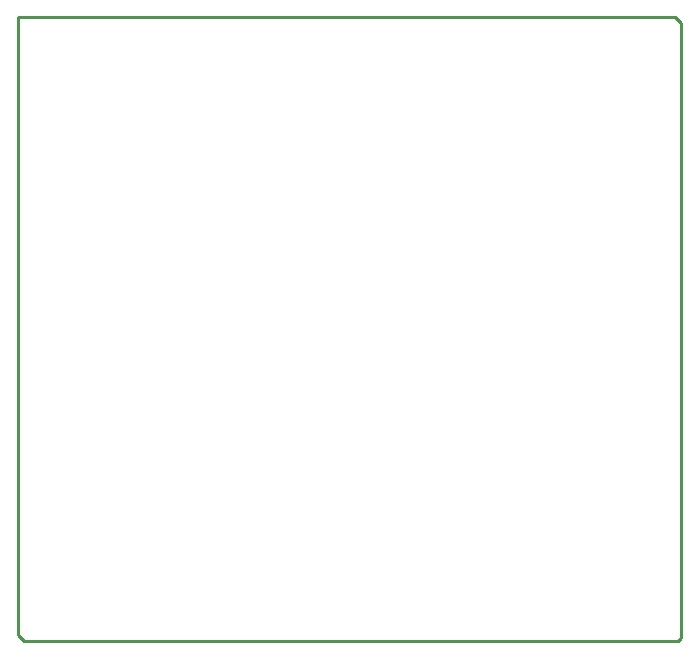
<source format=gm1>
%FSLAX42Y42*%
%MOMM*%
G71*
G01*
G75*
%ADD10C,0.25*%
%ADD11C,0.51*%
%ADD12C,0.41*%
%ADD13C,1.40*%
%ADD14C,1.50*%
%ADD15R,1.50X1.50*%
%ADD16C,1.78*%
%ADD17O,1.00X2.00*%
%ADD18O,1.00X2.00*%
%ADD19C,1.20*%
%ADD20O,1.57X2.03*%
%ADD21R,1.57X2.03*%
%ADD22O,2.00X1.00*%
%ADD23O,2.00X1.00*%
%ADD24C,0.20*%
%ADD25C,0.20*%
%ADD26C,0.15*%
%ADD27R,1.90X0.80*%
%ADD28C,1.60*%
%ADD29C,1.70*%
%ADD30R,1.70X1.70*%
%ADD31C,1.98*%
%ADD32O,1.20X2.20*%
%ADD33O,1.20X2.20*%
%ADD34C,1.40*%
%ADD35O,1.78X2.24*%
%ADD36R,1.78X2.24*%
%ADD37O,2.20X1.20*%
%ADD38O,2.20X1.20*%
D10*
X3988Y11024D02*
X9550D01*
X9601Y10973D01*
Y5766D02*
Y10973D01*
X9576Y5740D02*
X9601Y5766D01*
X7798Y5740D02*
X9576D01*
X4039D02*
X7798D01*
X3988Y5791D02*
X4039Y5740D01*
X3988Y5791D02*
Y11024D01*
M02*

</source>
